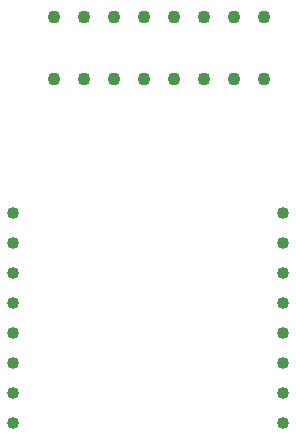
<source format=gbr>
%TF.GenerationSoftware,Altium Limited,Altium Designer,24.1.2 (44)*%
G04 Layer_Color=0*
%FSLAX45Y45*%
%MOMM*%
%TF.SameCoordinates,5EC3BBD7-C06D-4BA5-B086-9FF2EE8CE176*%
%TF.FilePolarity,Positive*%
%TF.FileFunction,Plated,1,2,PTH,Drill*%
%TF.Part,Single*%
G01*
G75*
%TA.AperFunction,ComponentDrill*%
%ADD26C,1.10000*%
%ADD27C,1.02000*%
D26*
X2222500Y4546600D02*
D03*
X1714500D02*
D03*
X1206500D02*
D03*
X952500D02*
D03*
X1460500D02*
D03*
X1968500D02*
D03*
X2476500D02*
D03*
X2730500D02*
D03*
X2222500Y4023360D02*
D03*
X1714500D02*
D03*
X1206500D02*
D03*
X952500D02*
D03*
X1460500D02*
D03*
X1968500D02*
D03*
X2476500D02*
D03*
X2730500D02*
D03*
D27*
X2895600Y2882900D02*
D03*
Y2628900D02*
D03*
Y1612900D02*
D03*
Y1104900D02*
D03*
Y1358900D02*
D03*
Y1866900D02*
D03*
Y2120900D02*
D03*
Y2374900D02*
D03*
X609600Y2882900D02*
D03*
Y2628900D02*
D03*
Y1612900D02*
D03*
Y1104900D02*
D03*
Y1358900D02*
D03*
Y1866900D02*
D03*
Y2120900D02*
D03*
Y2374900D02*
D03*
%TF.MD5,4da86df5d613fd0f3c5059c1cddb5637*%
M02*

</source>
